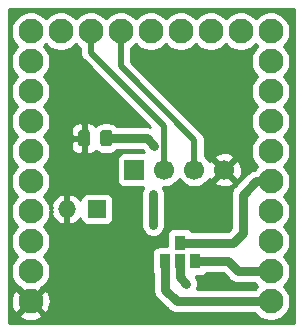
<source format=gbr>
G04 #@! TF.GenerationSoftware,KiCad,Pcbnew,(5.1.5)-3*
G04 #@! TF.CreationDate,2020-11-20T22:13:13+01:00*
G04 #@! TF.ProjectId,Microduino_Base_DE,4d696372-6f64-4756-996e-6f5f42617365,0.0*
G04 #@! TF.SameCoordinates,Original*
G04 #@! TF.FileFunction,Copper,L2,Bot*
G04 #@! TF.FilePolarity,Positive*
%FSLAX46Y46*%
G04 Gerber Fmt 4.6, Leading zero omitted, Abs format (unit mm)*
G04 Created by KiCad (PCBNEW (5.1.5)-3) date 2020-11-20 22:13:13*
%MOMM*%
%LPD*%
G04 APERTURE LIST*
%ADD10R,1.500000X1.500000*%
%ADD11O,1.500000X1.500000*%
%ADD12R,1.700000X1.700000*%
%ADD13C,1.700000*%
%ADD14R,0.970000X1.270000*%
%ADD15C,2.100000*%
%ADD16C,0.100000*%
%ADD17C,0.600000*%
%ADD18C,0.750000*%
%ADD19C,0.500000*%
%ADD20C,0.254000*%
G04 APERTURE END LIST*
D10*
X146861000Y-80355000D03*
D11*
X144321000Y-80355000D03*
D12*
X150037800Y-77038200D03*
D13*
X152577800Y-77038200D03*
X155117800Y-77038200D03*
X157657800Y-77038200D03*
D14*
X152654000Y-84772500D03*
X153924000Y-84772500D03*
X155194000Y-84772500D03*
X153924000Y-83222500D03*
D15*
X161581000Y-67845000D03*
X161581000Y-70385000D03*
X161581000Y-72925000D03*
X161581000Y-75465000D03*
X161581000Y-78005000D03*
X161581000Y-80545000D03*
X161581000Y-83085000D03*
X161581000Y-85625000D03*
X161581000Y-88165000D03*
X161581000Y-65305000D03*
X159041000Y-65305000D03*
X156501000Y-65305000D03*
X153961000Y-65305000D03*
X151421000Y-65305000D03*
X148881000Y-65305000D03*
X146341000Y-65305000D03*
X143801000Y-65305000D03*
X141261000Y-65305000D03*
X141261000Y-67845000D03*
X141261000Y-70385000D03*
X141261000Y-72925000D03*
X141261000Y-75465000D03*
X141261000Y-78005000D03*
X141261000Y-80545000D03*
X141261000Y-83085000D03*
X141261000Y-85625000D03*
X141261000Y-88165000D03*
G04 #@! TA.AperFunction,SMDPad,CuDef*
D16*
G36*
X146055542Y-73659674D02*
G01*
X146079203Y-73663184D01*
X146102407Y-73668996D01*
X146124929Y-73677054D01*
X146146553Y-73687282D01*
X146167070Y-73699579D01*
X146186283Y-73713829D01*
X146204007Y-73729893D01*
X146220071Y-73747617D01*
X146234321Y-73766830D01*
X146246618Y-73787347D01*
X146256846Y-73808971D01*
X146264904Y-73831493D01*
X146270716Y-73854697D01*
X146274226Y-73878358D01*
X146275400Y-73902250D01*
X146275400Y-74814750D01*
X146274226Y-74838642D01*
X146270716Y-74862303D01*
X146264904Y-74885507D01*
X146256846Y-74908029D01*
X146246618Y-74929653D01*
X146234321Y-74950170D01*
X146220071Y-74969383D01*
X146204007Y-74987107D01*
X146186283Y-75003171D01*
X146167070Y-75017421D01*
X146146553Y-75029718D01*
X146124929Y-75039946D01*
X146102407Y-75048004D01*
X146079203Y-75053816D01*
X146055542Y-75057326D01*
X146031650Y-75058500D01*
X145544150Y-75058500D01*
X145520258Y-75057326D01*
X145496597Y-75053816D01*
X145473393Y-75048004D01*
X145450871Y-75039946D01*
X145429247Y-75029718D01*
X145408730Y-75017421D01*
X145389517Y-75003171D01*
X145371793Y-74987107D01*
X145355729Y-74969383D01*
X145341479Y-74950170D01*
X145329182Y-74929653D01*
X145318954Y-74908029D01*
X145310896Y-74885507D01*
X145305084Y-74862303D01*
X145301574Y-74838642D01*
X145300400Y-74814750D01*
X145300400Y-73902250D01*
X145301574Y-73878358D01*
X145305084Y-73854697D01*
X145310896Y-73831493D01*
X145318954Y-73808971D01*
X145329182Y-73787347D01*
X145341479Y-73766830D01*
X145355729Y-73747617D01*
X145371793Y-73729893D01*
X145389517Y-73713829D01*
X145408730Y-73699579D01*
X145429247Y-73687282D01*
X145450871Y-73677054D01*
X145473393Y-73668996D01*
X145496597Y-73663184D01*
X145520258Y-73659674D01*
X145544150Y-73658500D01*
X146031650Y-73658500D01*
X146055542Y-73659674D01*
G37*
G04 #@! TD.AperFunction*
G04 #@! TA.AperFunction,SMDPad,CuDef*
G36*
X147930542Y-73659674D02*
G01*
X147954203Y-73663184D01*
X147977407Y-73668996D01*
X147999929Y-73677054D01*
X148021553Y-73687282D01*
X148042070Y-73699579D01*
X148061283Y-73713829D01*
X148079007Y-73729893D01*
X148095071Y-73747617D01*
X148109321Y-73766830D01*
X148121618Y-73787347D01*
X148131846Y-73808971D01*
X148139904Y-73831493D01*
X148145716Y-73854697D01*
X148149226Y-73878358D01*
X148150400Y-73902250D01*
X148150400Y-74814750D01*
X148149226Y-74838642D01*
X148145716Y-74862303D01*
X148139904Y-74885507D01*
X148131846Y-74908029D01*
X148121618Y-74929653D01*
X148109321Y-74950170D01*
X148095071Y-74969383D01*
X148079007Y-74987107D01*
X148061283Y-75003171D01*
X148042070Y-75017421D01*
X148021553Y-75029718D01*
X147999929Y-75039946D01*
X147977407Y-75048004D01*
X147954203Y-75053816D01*
X147930542Y-75057326D01*
X147906650Y-75058500D01*
X147419150Y-75058500D01*
X147395258Y-75057326D01*
X147371597Y-75053816D01*
X147348393Y-75048004D01*
X147325871Y-75039946D01*
X147304247Y-75029718D01*
X147283730Y-75017421D01*
X147264517Y-75003171D01*
X147246793Y-74987107D01*
X147230729Y-74969383D01*
X147216479Y-74950170D01*
X147204182Y-74929653D01*
X147193954Y-74908029D01*
X147185896Y-74885507D01*
X147180084Y-74862303D01*
X147176574Y-74838642D01*
X147175400Y-74814750D01*
X147175400Y-73902250D01*
X147176574Y-73878358D01*
X147180084Y-73854697D01*
X147185896Y-73831493D01*
X147193954Y-73808971D01*
X147204182Y-73787347D01*
X147216479Y-73766830D01*
X147230729Y-73747617D01*
X147246793Y-73729893D01*
X147264517Y-73713829D01*
X147283730Y-73699579D01*
X147304247Y-73687282D01*
X147325871Y-73677054D01*
X147348393Y-73668996D01*
X147371597Y-73663184D01*
X147395258Y-73659674D01*
X147419150Y-73658500D01*
X147906650Y-73658500D01*
X147930542Y-73659674D01*
G37*
G04 #@! TD.AperFunction*
D17*
X143967200Y-88760300D03*
X146646900Y-88760300D03*
X148894800Y-88760300D03*
X151091900Y-88785700D03*
X149745700Y-85775800D03*
X146710400Y-85763100D03*
X143865600Y-85839300D03*
X143827500Y-83146900D03*
X146685000Y-83096100D03*
X149771100Y-83159600D03*
X153835100Y-78638400D03*
X158889700Y-74980800D03*
X145567400Y-77736700D03*
X146215100Y-71361300D03*
X154012900Y-68757800D03*
X155981400Y-71412100D03*
X158432500Y-68795900D03*
X157861000Y-86995000D03*
X151714200Y-74980800D03*
X154444700Y-86664800D03*
X151638000Y-81686400D03*
X151638000Y-79095600D03*
D18*
X160096076Y-88165000D02*
X161581000Y-88165000D01*
X152654000Y-84772500D02*
X152654000Y-87198200D01*
X153620800Y-88165000D02*
X160096076Y-88165000D01*
X152654000Y-87198200D02*
X153620800Y-88165000D01*
X161581000Y-85625000D02*
X158802400Y-85625000D01*
X157949900Y-84772500D02*
X155194000Y-84772500D01*
X158802400Y-85625000D02*
X157949900Y-84772500D01*
X158382300Y-83222500D02*
X153924000Y-83222500D01*
X159245300Y-82359500D02*
X158382300Y-83222500D01*
X159245300Y-79133700D02*
X159245300Y-82359500D01*
X161581000Y-78005000D02*
X160374000Y-78005000D01*
X160374000Y-78005000D02*
X159245300Y-79133700D01*
D19*
X155117800Y-74510900D02*
X155117800Y-77038200D01*
X148881000Y-65305000D02*
X148881000Y-68274100D01*
X148881000Y-68274100D02*
X155117800Y-74510900D01*
X152577800Y-77038200D02*
X152577800Y-73342500D01*
X146341000Y-67105700D02*
X146341000Y-65305000D01*
X152577800Y-73342500D02*
X146341000Y-67105700D01*
D18*
X147662900Y-74358500D02*
X151091900Y-74358500D01*
X151091900Y-74358500D02*
X151714200Y-74980800D01*
X153924000Y-84772500D02*
X153924000Y-86144100D01*
X153924000Y-86144100D02*
X154444700Y-86664800D01*
X151638000Y-81686400D02*
X151638000Y-79095600D01*
D20*
G36*
X163530883Y-89967917D02*
G01*
X139411000Y-89965084D01*
X139411000Y-89336066D01*
X140269539Y-89336066D01*
X140371339Y-89605579D01*
X140669477Y-89751463D01*
X140990346Y-89836380D01*
X141321617Y-89857066D01*
X141650557Y-89812728D01*
X141964527Y-89705069D01*
X142150661Y-89605579D01*
X142252461Y-89336066D01*
X141261000Y-88344605D01*
X140269539Y-89336066D01*
X139411000Y-89336066D01*
X139411000Y-88225617D01*
X139568934Y-88225617D01*
X139613272Y-88554557D01*
X139720931Y-88868527D01*
X139820421Y-89054661D01*
X140089934Y-89156461D01*
X141081395Y-88165000D01*
X141440605Y-88165000D01*
X142432066Y-89156461D01*
X142701579Y-89054661D01*
X142847463Y-88756523D01*
X142932380Y-88435654D01*
X142953066Y-88104383D01*
X142908728Y-87775443D01*
X142801069Y-87461473D01*
X142701579Y-87275339D01*
X142432066Y-87173539D01*
X141440605Y-88165000D01*
X141081395Y-88165000D01*
X140089934Y-87173539D01*
X139820421Y-87275339D01*
X139674537Y-87573477D01*
X139589620Y-87894346D01*
X139568934Y-88225617D01*
X139411000Y-88225617D01*
X139411000Y-65139042D01*
X139576000Y-65139042D01*
X139576000Y-65470958D01*
X139640754Y-65796496D01*
X139767772Y-66103147D01*
X139952175Y-66379125D01*
X140148050Y-66575000D01*
X139952175Y-66770875D01*
X139767772Y-67046853D01*
X139640754Y-67353504D01*
X139576000Y-67679042D01*
X139576000Y-68010958D01*
X139640754Y-68336496D01*
X139767772Y-68643147D01*
X139952175Y-68919125D01*
X140148050Y-69115000D01*
X139952175Y-69310875D01*
X139767772Y-69586853D01*
X139640754Y-69893504D01*
X139576000Y-70219042D01*
X139576000Y-70550958D01*
X139640754Y-70876496D01*
X139767772Y-71183147D01*
X139952175Y-71459125D01*
X140148050Y-71655000D01*
X139952175Y-71850875D01*
X139767772Y-72126853D01*
X139640754Y-72433504D01*
X139576000Y-72759042D01*
X139576000Y-73090958D01*
X139640754Y-73416496D01*
X139767772Y-73723147D01*
X139952175Y-73999125D01*
X140148050Y-74195000D01*
X139952175Y-74390875D01*
X139767772Y-74666853D01*
X139640754Y-74973504D01*
X139576000Y-75299042D01*
X139576000Y-75630958D01*
X139640754Y-75956496D01*
X139767772Y-76263147D01*
X139952175Y-76539125D01*
X140148050Y-76735000D01*
X139952175Y-76930875D01*
X139767772Y-77206853D01*
X139640754Y-77513504D01*
X139576000Y-77839042D01*
X139576000Y-78170958D01*
X139640754Y-78496496D01*
X139767772Y-78803147D01*
X139952175Y-79079125D01*
X140148050Y-79275000D01*
X139952175Y-79470875D01*
X139767772Y-79746853D01*
X139640754Y-80053504D01*
X139576000Y-80379042D01*
X139576000Y-80710958D01*
X139640754Y-81036496D01*
X139767772Y-81343147D01*
X139952175Y-81619125D01*
X140148050Y-81815000D01*
X139952175Y-82010875D01*
X139767772Y-82286853D01*
X139640754Y-82593504D01*
X139576000Y-82919042D01*
X139576000Y-83250958D01*
X139640754Y-83576496D01*
X139767772Y-83883147D01*
X139952175Y-84159125D01*
X140148050Y-84355000D01*
X139952175Y-84550875D01*
X139767772Y-84826853D01*
X139640754Y-85133504D01*
X139576000Y-85459042D01*
X139576000Y-85790958D01*
X139640754Y-86116496D01*
X139767772Y-86423147D01*
X139952175Y-86699125D01*
X140186875Y-86933825D01*
X140271009Y-86990042D01*
X140269539Y-86993934D01*
X141261000Y-87985395D01*
X142252461Y-86993934D01*
X142250991Y-86990042D01*
X142335125Y-86933825D01*
X142569825Y-86699125D01*
X142754228Y-86423147D01*
X142881246Y-86116496D01*
X142946000Y-85790958D01*
X142946000Y-85459042D01*
X142881246Y-85133504D01*
X142754228Y-84826853D01*
X142569825Y-84550875D01*
X142373950Y-84355000D01*
X142569825Y-84159125D01*
X142754228Y-83883147D01*
X142881246Y-83576496D01*
X142946000Y-83250958D01*
X142946000Y-82919042D01*
X142881246Y-82593504D01*
X142754228Y-82286853D01*
X142569825Y-82010875D01*
X142373950Y-81815000D01*
X142569825Y-81619125D01*
X142754228Y-81343147D01*
X142881246Y-81036496D01*
X142946000Y-80710958D01*
X142946000Y-80482002D01*
X143100579Y-80482002D01*
X142978677Y-80696186D01*
X143071031Y-80951504D01*
X143211421Y-81183899D01*
X143394451Y-81384440D01*
X143613088Y-81545420D01*
X143858930Y-81660653D01*
X143979815Y-81697318D01*
X144194000Y-81574656D01*
X144194000Y-80482000D01*
X144174000Y-80482000D01*
X144174000Y-80228000D01*
X144194000Y-80228000D01*
X144194000Y-79135344D01*
X144448000Y-79135344D01*
X144448000Y-80228000D01*
X144468000Y-80228000D01*
X144468000Y-80482000D01*
X144448000Y-80482000D01*
X144448000Y-81574656D01*
X144662185Y-81697318D01*
X144783070Y-81660653D01*
X145028912Y-81545420D01*
X145247549Y-81384440D01*
X145430579Y-81183899D01*
X145473673Y-81112563D01*
X145485188Y-81229482D01*
X145521498Y-81349180D01*
X145580463Y-81459494D01*
X145659815Y-81556185D01*
X145756506Y-81635537D01*
X145866820Y-81694502D01*
X145986518Y-81730812D01*
X146111000Y-81743072D01*
X147611000Y-81743072D01*
X147735482Y-81730812D01*
X147855180Y-81694502D01*
X147965494Y-81635537D01*
X148062185Y-81556185D01*
X148141537Y-81459494D01*
X148200502Y-81349180D01*
X148236812Y-81229482D01*
X148249072Y-81105000D01*
X148249072Y-79605000D01*
X148236812Y-79480518D01*
X148200502Y-79360820D01*
X148141537Y-79250506D01*
X148062185Y-79153815D01*
X147965494Y-79074463D01*
X147855180Y-79015498D01*
X147735482Y-78979188D01*
X147611000Y-78966928D01*
X146111000Y-78966928D01*
X145986518Y-78979188D01*
X145866820Y-79015498D01*
X145756506Y-79074463D01*
X145659815Y-79153815D01*
X145580463Y-79250506D01*
X145521498Y-79360820D01*
X145485188Y-79480518D01*
X145473673Y-79597437D01*
X145430579Y-79526101D01*
X145247549Y-79325560D01*
X145028912Y-79164580D01*
X144783070Y-79049347D01*
X144662185Y-79012682D01*
X144448000Y-79135344D01*
X144194000Y-79135344D01*
X143979815Y-79012682D01*
X143858930Y-79049347D01*
X143613088Y-79164580D01*
X143394451Y-79325560D01*
X143211421Y-79526101D01*
X143071031Y-79758496D01*
X142978677Y-80013814D01*
X143100579Y-80227998D01*
X142936000Y-80227998D01*
X142936000Y-80328769D01*
X142881246Y-80053504D01*
X142754228Y-79746853D01*
X142569825Y-79470875D01*
X142373950Y-79275000D01*
X142569825Y-79079125D01*
X142754228Y-78803147D01*
X142881246Y-78496496D01*
X142946000Y-78170958D01*
X142946000Y-77839042D01*
X142881246Y-77513504D01*
X142754228Y-77206853D01*
X142569825Y-76930875D01*
X142373950Y-76735000D01*
X142569825Y-76539125D01*
X142754228Y-76263147D01*
X142881246Y-75956496D01*
X142946000Y-75630958D01*
X142946000Y-75299042D01*
X142898153Y-75058500D01*
X144662328Y-75058500D01*
X144674588Y-75182982D01*
X144710898Y-75302680D01*
X144769863Y-75412994D01*
X144849215Y-75509685D01*
X144945906Y-75589037D01*
X145056220Y-75648002D01*
X145175918Y-75684312D01*
X145300400Y-75696572D01*
X145502150Y-75693500D01*
X145660900Y-75534750D01*
X145660900Y-74485500D01*
X144824150Y-74485500D01*
X144665400Y-74644250D01*
X144662328Y-75058500D01*
X142898153Y-75058500D01*
X142881246Y-74973504D01*
X142754228Y-74666853D01*
X142569825Y-74390875D01*
X142373950Y-74195000D01*
X142569825Y-73999125D01*
X142754228Y-73723147D01*
X142781005Y-73658500D01*
X144662328Y-73658500D01*
X144665400Y-74072750D01*
X144824150Y-74231500D01*
X145660900Y-74231500D01*
X145660900Y-73182250D01*
X145502150Y-73023500D01*
X145300400Y-73020428D01*
X145175918Y-73032688D01*
X145056220Y-73068998D01*
X144945906Y-73127963D01*
X144849215Y-73207315D01*
X144769863Y-73304006D01*
X144710898Y-73414320D01*
X144674588Y-73534018D01*
X144662328Y-73658500D01*
X142781005Y-73658500D01*
X142881246Y-73416496D01*
X142946000Y-73090958D01*
X142946000Y-72759042D01*
X142881246Y-72433504D01*
X142754228Y-72126853D01*
X142569825Y-71850875D01*
X142373950Y-71655000D01*
X142569825Y-71459125D01*
X142754228Y-71183147D01*
X142881246Y-70876496D01*
X142946000Y-70550958D01*
X142946000Y-70219042D01*
X142881246Y-69893504D01*
X142754228Y-69586853D01*
X142569825Y-69310875D01*
X142373950Y-69115000D01*
X142569825Y-68919125D01*
X142754228Y-68643147D01*
X142881246Y-68336496D01*
X142946000Y-68010958D01*
X142946000Y-67679042D01*
X142881246Y-67353504D01*
X142754228Y-67046853D01*
X142569825Y-66770875D01*
X142373950Y-66575000D01*
X142531000Y-66417950D01*
X142726875Y-66613825D01*
X143002853Y-66798228D01*
X143309504Y-66925246D01*
X143635042Y-66990000D01*
X143966958Y-66990000D01*
X144292496Y-66925246D01*
X144599147Y-66798228D01*
X144875125Y-66613825D01*
X145071000Y-66417950D01*
X145266875Y-66613825D01*
X145456000Y-66740195D01*
X145456000Y-67062231D01*
X145451719Y-67105700D01*
X145456000Y-67149169D01*
X145456000Y-67149176D01*
X145468805Y-67279189D01*
X145519411Y-67446012D01*
X145601589Y-67599758D01*
X145712183Y-67734517D01*
X145745956Y-67762234D01*
X151371631Y-73387910D01*
X151289894Y-73363115D01*
X151141508Y-73348500D01*
X151091900Y-73343614D01*
X151042292Y-73348500D01*
X148587469Y-73348500D01*
X148530192Y-73278708D01*
X148396564Y-73169042D01*
X148244109Y-73087553D01*
X148078685Y-73037372D01*
X147906650Y-73020428D01*
X147419150Y-73020428D01*
X147247115Y-73037372D01*
X147081691Y-73087553D01*
X146929236Y-73169042D01*
X146795608Y-73278708D01*
X146790392Y-73285064D01*
X146726585Y-73207315D01*
X146629894Y-73127963D01*
X146519580Y-73068998D01*
X146399882Y-73032688D01*
X146275400Y-73020428D01*
X146073650Y-73023500D01*
X145914900Y-73182250D01*
X145914900Y-74231500D01*
X145934900Y-74231500D01*
X145934900Y-74485500D01*
X145914900Y-74485500D01*
X145914900Y-75534750D01*
X146073650Y-75693500D01*
X146275400Y-75696572D01*
X146399882Y-75684312D01*
X146519580Y-75648002D01*
X146629894Y-75589037D01*
X146726585Y-75509685D01*
X146790392Y-75431936D01*
X146795608Y-75438292D01*
X146929236Y-75547958D01*
X147081691Y-75629447D01*
X147247115Y-75679628D01*
X147419150Y-75696572D01*
X147906650Y-75696572D01*
X148078685Y-75679628D01*
X148244109Y-75629447D01*
X148396564Y-75547958D01*
X148530192Y-75438292D01*
X148587469Y-75368500D01*
X150673545Y-75368500D01*
X150855174Y-75550128D01*
X149187800Y-75550128D01*
X149063318Y-75562388D01*
X148943620Y-75598698D01*
X148833306Y-75657663D01*
X148736615Y-75737015D01*
X148657263Y-75833706D01*
X148598298Y-75944020D01*
X148561988Y-76063718D01*
X148549728Y-76188200D01*
X148549728Y-77888200D01*
X148561988Y-78012682D01*
X148598298Y-78132380D01*
X148657263Y-78242694D01*
X148736615Y-78339385D01*
X148833306Y-78418737D01*
X148943620Y-78477702D01*
X149063318Y-78514012D01*
X149187800Y-78526272D01*
X150798658Y-78526272D01*
X150794154Y-78531760D01*
X150700369Y-78707220D01*
X150642616Y-78897606D01*
X150628001Y-79045992D01*
X150628000Y-81736007D01*
X150642615Y-81884393D01*
X150700368Y-82074779D01*
X150794153Y-82250240D01*
X150920367Y-82404033D01*
X151074160Y-82530247D01*
X151249620Y-82624032D01*
X151440006Y-82681785D01*
X151638000Y-82701286D01*
X151835993Y-82681785D01*
X152026379Y-82624032D01*
X152201840Y-82530247D01*
X152355633Y-82404033D01*
X152481847Y-82250240D01*
X152575632Y-82074780D01*
X152633385Y-81884394D01*
X152648000Y-81736008D01*
X152648000Y-79045992D01*
X152633385Y-78897606D01*
X152575632Y-78707220D01*
X152481847Y-78531760D01*
X152474822Y-78523200D01*
X152724060Y-78523200D01*
X153010958Y-78466132D01*
X153281211Y-78354190D01*
X153524432Y-78191675D01*
X153731275Y-77984832D01*
X153847800Y-77810440D01*
X153964325Y-77984832D01*
X154171168Y-78191675D01*
X154414389Y-78354190D01*
X154684642Y-78466132D01*
X154971540Y-78523200D01*
X155264060Y-78523200D01*
X155550958Y-78466132D01*
X155821211Y-78354190D01*
X156064432Y-78191675D01*
X156189510Y-78066597D01*
X156809008Y-78066597D01*
X156886643Y-78315672D01*
X157150683Y-78441571D01*
X157434211Y-78513539D01*
X157726331Y-78528811D01*
X158015819Y-78486799D01*
X158291547Y-78389119D01*
X158428957Y-78315672D01*
X158506592Y-78066597D01*
X157657800Y-77217805D01*
X156809008Y-78066597D01*
X156189510Y-78066597D01*
X156271275Y-77984832D01*
X156387111Y-77811471D01*
X156629403Y-77886992D01*
X157478195Y-77038200D01*
X157837405Y-77038200D01*
X158686197Y-77886992D01*
X158935272Y-77809357D01*
X159061171Y-77545317D01*
X159133139Y-77261789D01*
X159148411Y-76969669D01*
X159106399Y-76680181D01*
X159008719Y-76404453D01*
X158935272Y-76267043D01*
X158686197Y-76189408D01*
X157837405Y-77038200D01*
X157478195Y-77038200D01*
X156629403Y-76189408D01*
X156387111Y-76264929D01*
X156271275Y-76091568D01*
X156189510Y-76009803D01*
X156809008Y-76009803D01*
X157657800Y-76858595D01*
X158506592Y-76009803D01*
X158428957Y-75760728D01*
X158164917Y-75634829D01*
X157881389Y-75562861D01*
X157589269Y-75547589D01*
X157299781Y-75589601D01*
X157024053Y-75687281D01*
X156886643Y-75760728D01*
X156809008Y-76009803D01*
X156189510Y-76009803D01*
X156064432Y-75884725D01*
X156002800Y-75843544D01*
X156002800Y-74554365D01*
X156007081Y-74510899D01*
X156002800Y-74467433D01*
X156002800Y-74467423D01*
X155989995Y-74337410D01*
X155939389Y-74170587D01*
X155857211Y-74016841D01*
X155746617Y-73882083D01*
X155712851Y-73854372D01*
X149766000Y-67907522D01*
X149766000Y-66740195D01*
X149955125Y-66613825D01*
X150151000Y-66417950D01*
X150346875Y-66613825D01*
X150622853Y-66798228D01*
X150929504Y-66925246D01*
X151255042Y-66990000D01*
X151586958Y-66990000D01*
X151912496Y-66925246D01*
X152219147Y-66798228D01*
X152495125Y-66613825D01*
X152691000Y-66417950D01*
X152886875Y-66613825D01*
X153162853Y-66798228D01*
X153469504Y-66925246D01*
X153795042Y-66990000D01*
X154126958Y-66990000D01*
X154452496Y-66925246D01*
X154759147Y-66798228D01*
X155035125Y-66613825D01*
X155231000Y-66417950D01*
X155426875Y-66613825D01*
X155702853Y-66798228D01*
X156009504Y-66925246D01*
X156335042Y-66990000D01*
X156666958Y-66990000D01*
X156992496Y-66925246D01*
X157299147Y-66798228D01*
X157575125Y-66613825D01*
X157771000Y-66417950D01*
X157966875Y-66613825D01*
X158242853Y-66798228D01*
X158549504Y-66925246D01*
X158875042Y-66990000D01*
X159206958Y-66990000D01*
X159532496Y-66925246D01*
X159839147Y-66798228D01*
X160115125Y-66613825D01*
X160311000Y-66417950D01*
X160468050Y-66575000D01*
X160272175Y-66770875D01*
X160087772Y-67046853D01*
X159960754Y-67353504D01*
X159896000Y-67679042D01*
X159896000Y-68010958D01*
X159960754Y-68336496D01*
X160087772Y-68643147D01*
X160272175Y-68919125D01*
X160468050Y-69115000D01*
X160272175Y-69310875D01*
X160087772Y-69586853D01*
X159960754Y-69893504D01*
X159896000Y-70219042D01*
X159896000Y-70550958D01*
X159960754Y-70876496D01*
X160087772Y-71183147D01*
X160272175Y-71459125D01*
X160468050Y-71655000D01*
X160272175Y-71850875D01*
X160087772Y-72126853D01*
X159960754Y-72433504D01*
X159896000Y-72759042D01*
X159896000Y-73090958D01*
X159960754Y-73416496D01*
X160087772Y-73723147D01*
X160272175Y-73999125D01*
X160468050Y-74195000D01*
X160272175Y-74390875D01*
X160087772Y-74666853D01*
X159960754Y-74973504D01*
X159896000Y-75299042D01*
X159896000Y-75630958D01*
X159960754Y-75956496D01*
X160087772Y-76263147D01*
X160272175Y-76539125D01*
X160468050Y-76735000D01*
X160272175Y-76930875D01*
X160222631Y-77005023D01*
X160176005Y-77009615D01*
X159985620Y-77067368D01*
X159810160Y-77161153D01*
X159656367Y-77287367D01*
X159624743Y-77325901D01*
X158566206Y-78384439D01*
X158527667Y-78416067D01*
X158401453Y-78569860D01*
X158357169Y-78652711D01*
X158307668Y-78745321D01*
X158249915Y-78935706D01*
X158230414Y-79133700D01*
X158235300Y-79183308D01*
X158235301Y-81941144D01*
X157963945Y-82212500D01*
X154922708Y-82212500D01*
X154860185Y-82136315D01*
X154763494Y-82056963D01*
X154653180Y-81997998D01*
X154533482Y-81961688D01*
X154409000Y-81949428D01*
X153439000Y-81949428D01*
X153314518Y-81961688D01*
X153194820Y-81997998D01*
X153084506Y-82056963D01*
X152987815Y-82136315D01*
X152908463Y-82233006D01*
X152849498Y-82343320D01*
X152813188Y-82463018D01*
X152800928Y-82587500D01*
X152800928Y-83499428D01*
X152169000Y-83499428D01*
X152044518Y-83511688D01*
X151924820Y-83547998D01*
X151814506Y-83606963D01*
X151717815Y-83686315D01*
X151638463Y-83783006D01*
X151579498Y-83893320D01*
X151543188Y-84013018D01*
X151530928Y-84137500D01*
X151530928Y-85407500D01*
X151543188Y-85531982D01*
X151579498Y-85651680D01*
X151638463Y-85761994D01*
X151644000Y-85768741D01*
X151644001Y-87148583D01*
X151639114Y-87198200D01*
X151658615Y-87396194D01*
X151716368Y-87586579D01*
X151810154Y-87762040D01*
X151821154Y-87775443D01*
X151936368Y-87915833D01*
X151974901Y-87947456D01*
X152871543Y-88844099D01*
X152903167Y-88882633D01*
X153056960Y-89008847D01*
X153232420Y-89102632D01*
X153422805Y-89160385D01*
X153620800Y-89179886D01*
X153670408Y-89175000D01*
X160229328Y-89175000D01*
X160272175Y-89239125D01*
X160506875Y-89473825D01*
X160782853Y-89658228D01*
X161089504Y-89785246D01*
X161415042Y-89850000D01*
X161746958Y-89850000D01*
X162072496Y-89785246D01*
X162379147Y-89658228D01*
X162655125Y-89473825D01*
X162889825Y-89239125D01*
X163074228Y-88963147D01*
X163201246Y-88656496D01*
X163266000Y-88330958D01*
X163266000Y-87999042D01*
X163201246Y-87673504D01*
X163074228Y-87366853D01*
X162889825Y-87090875D01*
X162693950Y-86895000D01*
X162889825Y-86699125D01*
X163074228Y-86423147D01*
X163201246Y-86116496D01*
X163266000Y-85790958D01*
X163266000Y-85459042D01*
X163201246Y-85133504D01*
X163074228Y-84826853D01*
X162889825Y-84550875D01*
X162693950Y-84355000D01*
X162889825Y-84159125D01*
X163074228Y-83883147D01*
X163201246Y-83576496D01*
X163266000Y-83250958D01*
X163266000Y-82919042D01*
X163201246Y-82593504D01*
X163074228Y-82286853D01*
X162889825Y-82010875D01*
X162693950Y-81815000D01*
X162889825Y-81619125D01*
X163074228Y-81343147D01*
X163201246Y-81036496D01*
X163266000Y-80710958D01*
X163266000Y-80379042D01*
X163201246Y-80053504D01*
X163074228Y-79746853D01*
X162889825Y-79470875D01*
X162693950Y-79275000D01*
X162889825Y-79079125D01*
X163074228Y-78803147D01*
X163201246Y-78496496D01*
X163266000Y-78170958D01*
X163266000Y-77839042D01*
X163201246Y-77513504D01*
X163074228Y-77206853D01*
X162889825Y-76930875D01*
X162693950Y-76735000D01*
X162889825Y-76539125D01*
X163074228Y-76263147D01*
X163201246Y-75956496D01*
X163266000Y-75630958D01*
X163266000Y-75299042D01*
X163201246Y-74973504D01*
X163074228Y-74666853D01*
X162889825Y-74390875D01*
X162693950Y-74195000D01*
X162889825Y-73999125D01*
X163074228Y-73723147D01*
X163201246Y-73416496D01*
X163266000Y-73090958D01*
X163266000Y-72759042D01*
X163201246Y-72433504D01*
X163074228Y-72126853D01*
X162889825Y-71850875D01*
X162693950Y-71655000D01*
X162889825Y-71459125D01*
X163074228Y-71183147D01*
X163201246Y-70876496D01*
X163266000Y-70550958D01*
X163266000Y-70219042D01*
X163201246Y-69893504D01*
X163074228Y-69586853D01*
X162889825Y-69310875D01*
X162693950Y-69115000D01*
X162889825Y-68919125D01*
X163074228Y-68643147D01*
X163201246Y-68336496D01*
X163266000Y-68010958D01*
X163266000Y-67679042D01*
X163201246Y-67353504D01*
X163074228Y-67046853D01*
X162889825Y-66770875D01*
X162693950Y-66575000D01*
X162889825Y-66379125D01*
X163074228Y-66103147D01*
X163201246Y-65796496D01*
X163266000Y-65470958D01*
X163266000Y-65139042D01*
X163201246Y-64813504D01*
X163074228Y-64506853D01*
X162889825Y-64230875D01*
X162655125Y-63996175D01*
X162379147Y-63811772D01*
X162072496Y-63684754D01*
X161746958Y-63620000D01*
X161415042Y-63620000D01*
X161089504Y-63684754D01*
X160782853Y-63811772D01*
X160506875Y-63996175D01*
X160311000Y-64192050D01*
X160115125Y-63996175D01*
X159839147Y-63811772D01*
X159532496Y-63684754D01*
X159206958Y-63620000D01*
X158875042Y-63620000D01*
X158549504Y-63684754D01*
X158242853Y-63811772D01*
X157966875Y-63996175D01*
X157771000Y-64192050D01*
X157575125Y-63996175D01*
X157299147Y-63811772D01*
X156992496Y-63684754D01*
X156666958Y-63620000D01*
X156335042Y-63620000D01*
X156009504Y-63684754D01*
X155702853Y-63811772D01*
X155426875Y-63996175D01*
X155231000Y-64192050D01*
X155035125Y-63996175D01*
X154759147Y-63811772D01*
X154452496Y-63684754D01*
X154126958Y-63620000D01*
X153795042Y-63620000D01*
X153469504Y-63684754D01*
X153162853Y-63811772D01*
X152886875Y-63996175D01*
X152691000Y-64192050D01*
X152495125Y-63996175D01*
X152219147Y-63811772D01*
X151912496Y-63684754D01*
X151586958Y-63620000D01*
X151255042Y-63620000D01*
X150929504Y-63684754D01*
X150622853Y-63811772D01*
X150346875Y-63996175D01*
X150151000Y-64192050D01*
X149955125Y-63996175D01*
X149679147Y-63811772D01*
X149372496Y-63684754D01*
X149046958Y-63620000D01*
X148715042Y-63620000D01*
X148389504Y-63684754D01*
X148082853Y-63811772D01*
X147806875Y-63996175D01*
X147611000Y-64192050D01*
X147415125Y-63996175D01*
X147139147Y-63811772D01*
X146832496Y-63684754D01*
X146506958Y-63620000D01*
X146175042Y-63620000D01*
X145849504Y-63684754D01*
X145542853Y-63811772D01*
X145266875Y-63996175D01*
X145071000Y-64192050D01*
X144875125Y-63996175D01*
X144599147Y-63811772D01*
X144292496Y-63684754D01*
X143966958Y-63620000D01*
X143635042Y-63620000D01*
X143309504Y-63684754D01*
X143002853Y-63811772D01*
X142726875Y-63996175D01*
X142531000Y-64192050D01*
X142335125Y-63996175D01*
X142059147Y-63811772D01*
X141752496Y-63684754D01*
X141426958Y-63620000D01*
X141095042Y-63620000D01*
X140769504Y-63684754D01*
X140462853Y-63811772D01*
X140186875Y-63996175D01*
X139952175Y-64230875D01*
X139767772Y-64506853D01*
X139640754Y-64813504D01*
X139576000Y-65139042D01*
X139411000Y-65139042D01*
X139411000Y-63448000D01*
X163526518Y-63448000D01*
X163530883Y-89967917D01*
G37*
X163530883Y-89967917D02*
X139411000Y-89965084D01*
X139411000Y-89336066D01*
X140269539Y-89336066D01*
X140371339Y-89605579D01*
X140669477Y-89751463D01*
X140990346Y-89836380D01*
X141321617Y-89857066D01*
X141650557Y-89812728D01*
X141964527Y-89705069D01*
X142150661Y-89605579D01*
X142252461Y-89336066D01*
X141261000Y-88344605D01*
X140269539Y-89336066D01*
X139411000Y-89336066D01*
X139411000Y-88225617D01*
X139568934Y-88225617D01*
X139613272Y-88554557D01*
X139720931Y-88868527D01*
X139820421Y-89054661D01*
X140089934Y-89156461D01*
X141081395Y-88165000D01*
X141440605Y-88165000D01*
X142432066Y-89156461D01*
X142701579Y-89054661D01*
X142847463Y-88756523D01*
X142932380Y-88435654D01*
X142953066Y-88104383D01*
X142908728Y-87775443D01*
X142801069Y-87461473D01*
X142701579Y-87275339D01*
X142432066Y-87173539D01*
X141440605Y-88165000D01*
X141081395Y-88165000D01*
X140089934Y-87173539D01*
X139820421Y-87275339D01*
X139674537Y-87573477D01*
X139589620Y-87894346D01*
X139568934Y-88225617D01*
X139411000Y-88225617D01*
X139411000Y-65139042D01*
X139576000Y-65139042D01*
X139576000Y-65470958D01*
X139640754Y-65796496D01*
X139767772Y-66103147D01*
X139952175Y-66379125D01*
X140148050Y-66575000D01*
X139952175Y-66770875D01*
X139767772Y-67046853D01*
X139640754Y-67353504D01*
X139576000Y-67679042D01*
X139576000Y-68010958D01*
X139640754Y-68336496D01*
X139767772Y-68643147D01*
X139952175Y-68919125D01*
X140148050Y-69115000D01*
X139952175Y-69310875D01*
X139767772Y-69586853D01*
X139640754Y-69893504D01*
X139576000Y-70219042D01*
X139576000Y-70550958D01*
X139640754Y-70876496D01*
X139767772Y-71183147D01*
X139952175Y-71459125D01*
X140148050Y-71655000D01*
X139952175Y-71850875D01*
X139767772Y-72126853D01*
X139640754Y-72433504D01*
X139576000Y-72759042D01*
X139576000Y-73090958D01*
X139640754Y-73416496D01*
X139767772Y-73723147D01*
X139952175Y-73999125D01*
X140148050Y-74195000D01*
X139952175Y-74390875D01*
X139767772Y-74666853D01*
X139640754Y-74973504D01*
X139576000Y-75299042D01*
X139576000Y-75630958D01*
X139640754Y-75956496D01*
X139767772Y-76263147D01*
X139952175Y-76539125D01*
X140148050Y-76735000D01*
X139952175Y-76930875D01*
X139767772Y-77206853D01*
X139640754Y-77513504D01*
X139576000Y-77839042D01*
X139576000Y-78170958D01*
X139640754Y-78496496D01*
X139767772Y-78803147D01*
X139952175Y-79079125D01*
X140148050Y-79275000D01*
X139952175Y-79470875D01*
X139767772Y-79746853D01*
X139640754Y-80053504D01*
X139576000Y-80379042D01*
X139576000Y-80710958D01*
X139640754Y-81036496D01*
X139767772Y-81343147D01*
X139952175Y-81619125D01*
X140148050Y-81815000D01*
X139952175Y-82010875D01*
X139767772Y-82286853D01*
X139640754Y-82593504D01*
X139576000Y-82919042D01*
X139576000Y-83250958D01*
X139640754Y-83576496D01*
X139767772Y-83883147D01*
X139952175Y-84159125D01*
X140148050Y-84355000D01*
X139952175Y-84550875D01*
X139767772Y-84826853D01*
X139640754Y-85133504D01*
X139576000Y-85459042D01*
X139576000Y-85790958D01*
X139640754Y-86116496D01*
X139767772Y-86423147D01*
X139952175Y-86699125D01*
X140186875Y-86933825D01*
X140271009Y-86990042D01*
X140269539Y-86993934D01*
X141261000Y-87985395D01*
X142252461Y-86993934D01*
X142250991Y-86990042D01*
X142335125Y-86933825D01*
X142569825Y-86699125D01*
X142754228Y-86423147D01*
X142881246Y-86116496D01*
X142946000Y-85790958D01*
X142946000Y-85459042D01*
X142881246Y-85133504D01*
X142754228Y-84826853D01*
X142569825Y-84550875D01*
X142373950Y-84355000D01*
X142569825Y-84159125D01*
X142754228Y-83883147D01*
X142881246Y-83576496D01*
X142946000Y-83250958D01*
X142946000Y-82919042D01*
X142881246Y-82593504D01*
X142754228Y-82286853D01*
X142569825Y-82010875D01*
X142373950Y-81815000D01*
X142569825Y-81619125D01*
X142754228Y-81343147D01*
X142881246Y-81036496D01*
X142946000Y-80710958D01*
X142946000Y-80482002D01*
X143100579Y-80482002D01*
X142978677Y-80696186D01*
X143071031Y-80951504D01*
X143211421Y-81183899D01*
X143394451Y-81384440D01*
X143613088Y-81545420D01*
X143858930Y-81660653D01*
X143979815Y-81697318D01*
X144194000Y-81574656D01*
X144194000Y-80482000D01*
X144174000Y-80482000D01*
X144174000Y-80228000D01*
X144194000Y-80228000D01*
X144194000Y-79135344D01*
X144448000Y-79135344D01*
X144448000Y-80228000D01*
X144468000Y-80228000D01*
X144468000Y-80482000D01*
X144448000Y-80482000D01*
X144448000Y-81574656D01*
X144662185Y-81697318D01*
X144783070Y-81660653D01*
X145028912Y-81545420D01*
X145247549Y-81384440D01*
X145430579Y-81183899D01*
X145473673Y-81112563D01*
X145485188Y-81229482D01*
X145521498Y-81349180D01*
X145580463Y-81459494D01*
X145659815Y-81556185D01*
X145756506Y-81635537D01*
X145866820Y-81694502D01*
X145986518Y-81730812D01*
X146111000Y-81743072D01*
X147611000Y-81743072D01*
X147735482Y-81730812D01*
X147855180Y-81694502D01*
X147965494Y-81635537D01*
X148062185Y-81556185D01*
X148141537Y-81459494D01*
X148200502Y-81349180D01*
X148236812Y-81229482D01*
X148249072Y-81105000D01*
X148249072Y-79605000D01*
X148236812Y-79480518D01*
X148200502Y-79360820D01*
X148141537Y-79250506D01*
X148062185Y-79153815D01*
X147965494Y-79074463D01*
X147855180Y-79015498D01*
X147735482Y-78979188D01*
X147611000Y-78966928D01*
X146111000Y-78966928D01*
X145986518Y-78979188D01*
X145866820Y-79015498D01*
X145756506Y-79074463D01*
X145659815Y-79153815D01*
X145580463Y-79250506D01*
X145521498Y-79360820D01*
X145485188Y-79480518D01*
X145473673Y-79597437D01*
X145430579Y-79526101D01*
X145247549Y-79325560D01*
X145028912Y-79164580D01*
X144783070Y-79049347D01*
X144662185Y-79012682D01*
X144448000Y-79135344D01*
X144194000Y-79135344D01*
X143979815Y-79012682D01*
X143858930Y-79049347D01*
X143613088Y-79164580D01*
X143394451Y-79325560D01*
X143211421Y-79526101D01*
X143071031Y-79758496D01*
X142978677Y-80013814D01*
X143100579Y-80227998D01*
X142936000Y-80227998D01*
X142936000Y-80328769D01*
X142881246Y-80053504D01*
X142754228Y-79746853D01*
X142569825Y-79470875D01*
X142373950Y-79275000D01*
X142569825Y-79079125D01*
X142754228Y-78803147D01*
X142881246Y-78496496D01*
X142946000Y-78170958D01*
X142946000Y-77839042D01*
X142881246Y-77513504D01*
X142754228Y-77206853D01*
X142569825Y-76930875D01*
X142373950Y-76735000D01*
X142569825Y-76539125D01*
X142754228Y-76263147D01*
X142881246Y-75956496D01*
X142946000Y-75630958D01*
X142946000Y-75299042D01*
X142898153Y-75058500D01*
X144662328Y-75058500D01*
X144674588Y-75182982D01*
X144710898Y-75302680D01*
X144769863Y-75412994D01*
X144849215Y-75509685D01*
X144945906Y-75589037D01*
X145056220Y-75648002D01*
X145175918Y-75684312D01*
X145300400Y-75696572D01*
X145502150Y-75693500D01*
X145660900Y-75534750D01*
X145660900Y-74485500D01*
X144824150Y-74485500D01*
X144665400Y-74644250D01*
X144662328Y-75058500D01*
X142898153Y-75058500D01*
X142881246Y-74973504D01*
X142754228Y-74666853D01*
X142569825Y-74390875D01*
X142373950Y-74195000D01*
X142569825Y-73999125D01*
X142754228Y-73723147D01*
X142781005Y-73658500D01*
X144662328Y-73658500D01*
X144665400Y-74072750D01*
X144824150Y-74231500D01*
X145660900Y-74231500D01*
X145660900Y-73182250D01*
X145502150Y-73023500D01*
X145300400Y-73020428D01*
X145175918Y-73032688D01*
X145056220Y-73068998D01*
X144945906Y-73127963D01*
X144849215Y-73207315D01*
X144769863Y-73304006D01*
X144710898Y-73414320D01*
X144674588Y-73534018D01*
X144662328Y-73658500D01*
X142781005Y-73658500D01*
X142881246Y-73416496D01*
X142946000Y-73090958D01*
X142946000Y-72759042D01*
X142881246Y-72433504D01*
X142754228Y-72126853D01*
X142569825Y-71850875D01*
X142373950Y-71655000D01*
X142569825Y-71459125D01*
X142754228Y-71183147D01*
X142881246Y-70876496D01*
X142946000Y-70550958D01*
X142946000Y-70219042D01*
X142881246Y-69893504D01*
X142754228Y-69586853D01*
X142569825Y-69310875D01*
X142373950Y-69115000D01*
X142569825Y-68919125D01*
X142754228Y-68643147D01*
X142881246Y-68336496D01*
X142946000Y-68010958D01*
X142946000Y-67679042D01*
X142881246Y-67353504D01*
X142754228Y-67046853D01*
X142569825Y-66770875D01*
X142373950Y-66575000D01*
X142531000Y-66417950D01*
X142726875Y-66613825D01*
X143002853Y-66798228D01*
X143309504Y-66925246D01*
X143635042Y-66990000D01*
X143966958Y-66990000D01*
X144292496Y-66925246D01*
X144599147Y-66798228D01*
X144875125Y-66613825D01*
X145071000Y-66417950D01*
X145266875Y-66613825D01*
X145456000Y-66740195D01*
X145456000Y-67062231D01*
X145451719Y-67105700D01*
X145456000Y-67149169D01*
X145456000Y-67149176D01*
X145468805Y-67279189D01*
X145519411Y-67446012D01*
X145601589Y-67599758D01*
X145712183Y-67734517D01*
X145745956Y-67762234D01*
X151371631Y-73387910D01*
X151289894Y-73363115D01*
X151141508Y-73348500D01*
X151091900Y-73343614D01*
X151042292Y-73348500D01*
X148587469Y-73348500D01*
X148530192Y-73278708D01*
X148396564Y-73169042D01*
X148244109Y-73087553D01*
X148078685Y-73037372D01*
X147906650Y-73020428D01*
X147419150Y-73020428D01*
X147247115Y-73037372D01*
X147081691Y-73087553D01*
X146929236Y-73169042D01*
X146795608Y-73278708D01*
X146790392Y-73285064D01*
X146726585Y-73207315D01*
X146629894Y-73127963D01*
X146519580Y-73068998D01*
X146399882Y-73032688D01*
X146275400Y-73020428D01*
X146073650Y-73023500D01*
X145914900Y-73182250D01*
X145914900Y-74231500D01*
X145934900Y-74231500D01*
X145934900Y-74485500D01*
X145914900Y-74485500D01*
X145914900Y-75534750D01*
X146073650Y-75693500D01*
X146275400Y-75696572D01*
X146399882Y-75684312D01*
X146519580Y-75648002D01*
X146629894Y-75589037D01*
X146726585Y-75509685D01*
X146790392Y-75431936D01*
X146795608Y-75438292D01*
X146929236Y-75547958D01*
X147081691Y-75629447D01*
X147247115Y-75679628D01*
X147419150Y-75696572D01*
X147906650Y-75696572D01*
X148078685Y-75679628D01*
X148244109Y-75629447D01*
X148396564Y-75547958D01*
X148530192Y-75438292D01*
X148587469Y-75368500D01*
X150673545Y-75368500D01*
X150855174Y-75550128D01*
X149187800Y-75550128D01*
X149063318Y-75562388D01*
X148943620Y-75598698D01*
X148833306Y-75657663D01*
X148736615Y-75737015D01*
X148657263Y-75833706D01*
X148598298Y-75944020D01*
X148561988Y-76063718D01*
X148549728Y-76188200D01*
X148549728Y-77888200D01*
X148561988Y-78012682D01*
X148598298Y-78132380D01*
X148657263Y-78242694D01*
X148736615Y-78339385D01*
X148833306Y-78418737D01*
X148943620Y-78477702D01*
X149063318Y-78514012D01*
X149187800Y-78526272D01*
X150798658Y-78526272D01*
X150794154Y-78531760D01*
X150700369Y-78707220D01*
X150642616Y-78897606D01*
X150628001Y-79045992D01*
X150628000Y-81736007D01*
X150642615Y-81884393D01*
X150700368Y-82074779D01*
X150794153Y-82250240D01*
X150920367Y-82404033D01*
X151074160Y-82530247D01*
X151249620Y-82624032D01*
X151440006Y-82681785D01*
X151638000Y-82701286D01*
X151835993Y-82681785D01*
X152026379Y-82624032D01*
X152201840Y-82530247D01*
X152355633Y-82404033D01*
X152481847Y-82250240D01*
X152575632Y-82074780D01*
X152633385Y-81884394D01*
X152648000Y-81736008D01*
X152648000Y-79045992D01*
X152633385Y-78897606D01*
X152575632Y-78707220D01*
X152481847Y-78531760D01*
X152474822Y-78523200D01*
X152724060Y-78523200D01*
X153010958Y-78466132D01*
X153281211Y-78354190D01*
X153524432Y-78191675D01*
X153731275Y-77984832D01*
X153847800Y-77810440D01*
X153964325Y-77984832D01*
X154171168Y-78191675D01*
X154414389Y-78354190D01*
X154684642Y-78466132D01*
X154971540Y-78523200D01*
X155264060Y-78523200D01*
X155550958Y-78466132D01*
X155821211Y-78354190D01*
X156064432Y-78191675D01*
X156189510Y-78066597D01*
X156809008Y-78066597D01*
X156886643Y-78315672D01*
X157150683Y-78441571D01*
X157434211Y-78513539D01*
X157726331Y-78528811D01*
X158015819Y-78486799D01*
X158291547Y-78389119D01*
X158428957Y-78315672D01*
X158506592Y-78066597D01*
X157657800Y-77217805D01*
X156809008Y-78066597D01*
X156189510Y-78066597D01*
X156271275Y-77984832D01*
X156387111Y-77811471D01*
X156629403Y-77886992D01*
X157478195Y-77038200D01*
X157837405Y-77038200D01*
X158686197Y-77886992D01*
X158935272Y-77809357D01*
X159061171Y-77545317D01*
X159133139Y-77261789D01*
X159148411Y-76969669D01*
X159106399Y-76680181D01*
X159008719Y-76404453D01*
X158935272Y-76267043D01*
X158686197Y-76189408D01*
X157837405Y-77038200D01*
X157478195Y-77038200D01*
X156629403Y-76189408D01*
X156387111Y-76264929D01*
X156271275Y-76091568D01*
X156189510Y-76009803D01*
X156809008Y-76009803D01*
X157657800Y-76858595D01*
X158506592Y-76009803D01*
X158428957Y-75760728D01*
X158164917Y-75634829D01*
X157881389Y-75562861D01*
X157589269Y-75547589D01*
X157299781Y-75589601D01*
X157024053Y-75687281D01*
X156886643Y-75760728D01*
X156809008Y-76009803D01*
X156189510Y-76009803D01*
X156064432Y-75884725D01*
X156002800Y-75843544D01*
X156002800Y-74554365D01*
X156007081Y-74510899D01*
X156002800Y-74467433D01*
X156002800Y-74467423D01*
X155989995Y-74337410D01*
X155939389Y-74170587D01*
X155857211Y-74016841D01*
X155746617Y-73882083D01*
X155712851Y-73854372D01*
X149766000Y-67907522D01*
X149766000Y-66740195D01*
X149955125Y-66613825D01*
X150151000Y-66417950D01*
X150346875Y-66613825D01*
X150622853Y-66798228D01*
X150929504Y-66925246D01*
X151255042Y-66990000D01*
X151586958Y-66990000D01*
X151912496Y-66925246D01*
X152219147Y-66798228D01*
X152495125Y-66613825D01*
X152691000Y-66417950D01*
X152886875Y-66613825D01*
X153162853Y-66798228D01*
X153469504Y-66925246D01*
X153795042Y-66990000D01*
X154126958Y-66990000D01*
X154452496Y-66925246D01*
X154759147Y-66798228D01*
X155035125Y-66613825D01*
X155231000Y-66417950D01*
X155426875Y-66613825D01*
X155702853Y-66798228D01*
X156009504Y-66925246D01*
X156335042Y-66990000D01*
X156666958Y-66990000D01*
X156992496Y-66925246D01*
X157299147Y-66798228D01*
X157575125Y-66613825D01*
X157771000Y-66417950D01*
X157966875Y-66613825D01*
X158242853Y-66798228D01*
X158549504Y-66925246D01*
X158875042Y-66990000D01*
X159206958Y-66990000D01*
X159532496Y-66925246D01*
X159839147Y-66798228D01*
X160115125Y-66613825D01*
X160311000Y-66417950D01*
X160468050Y-66575000D01*
X160272175Y-66770875D01*
X160087772Y-67046853D01*
X159960754Y-67353504D01*
X159896000Y-67679042D01*
X159896000Y-68010958D01*
X159960754Y-68336496D01*
X160087772Y-68643147D01*
X160272175Y-68919125D01*
X160468050Y-69115000D01*
X160272175Y-69310875D01*
X160087772Y-69586853D01*
X159960754Y-69893504D01*
X159896000Y-70219042D01*
X159896000Y-70550958D01*
X159960754Y-70876496D01*
X160087772Y-71183147D01*
X160272175Y-71459125D01*
X160468050Y-71655000D01*
X160272175Y-71850875D01*
X160087772Y-72126853D01*
X159960754Y-72433504D01*
X159896000Y-72759042D01*
X159896000Y-73090958D01*
X159960754Y-73416496D01*
X160087772Y-73723147D01*
X160272175Y-73999125D01*
X160468050Y-74195000D01*
X160272175Y-74390875D01*
X160087772Y-74666853D01*
X159960754Y-74973504D01*
X159896000Y-75299042D01*
X159896000Y-75630958D01*
X159960754Y-75956496D01*
X160087772Y-76263147D01*
X160272175Y-76539125D01*
X160468050Y-76735000D01*
X160272175Y-76930875D01*
X160222631Y-77005023D01*
X160176005Y-77009615D01*
X159985620Y-77067368D01*
X159810160Y-77161153D01*
X159656367Y-77287367D01*
X159624743Y-77325901D01*
X158566206Y-78384439D01*
X158527667Y-78416067D01*
X158401453Y-78569860D01*
X158357169Y-78652711D01*
X158307668Y-78745321D01*
X158249915Y-78935706D01*
X158230414Y-79133700D01*
X158235300Y-79183308D01*
X158235301Y-81941144D01*
X157963945Y-82212500D01*
X154922708Y-82212500D01*
X154860185Y-82136315D01*
X154763494Y-82056963D01*
X154653180Y-81997998D01*
X154533482Y-81961688D01*
X154409000Y-81949428D01*
X153439000Y-81949428D01*
X153314518Y-81961688D01*
X153194820Y-81997998D01*
X153084506Y-82056963D01*
X152987815Y-82136315D01*
X152908463Y-82233006D01*
X152849498Y-82343320D01*
X152813188Y-82463018D01*
X152800928Y-82587500D01*
X152800928Y-83499428D01*
X152169000Y-83499428D01*
X152044518Y-83511688D01*
X151924820Y-83547998D01*
X151814506Y-83606963D01*
X151717815Y-83686315D01*
X151638463Y-83783006D01*
X151579498Y-83893320D01*
X151543188Y-84013018D01*
X151530928Y-84137500D01*
X151530928Y-85407500D01*
X151543188Y-85531982D01*
X151579498Y-85651680D01*
X151638463Y-85761994D01*
X151644000Y-85768741D01*
X151644001Y-87148583D01*
X151639114Y-87198200D01*
X151658615Y-87396194D01*
X151716368Y-87586579D01*
X151810154Y-87762040D01*
X151821154Y-87775443D01*
X151936368Y-87915833D01*
X151974901Y-87947456D01*
X152871543Y-88844099D01*
X152903167Y-88882633D01*
X153056960Y-89008847D01*
X153232420Y-89102632D01*
X153422805Y-89160385D01*
X153620800Y-89179886D01*
X153670408Y-89175000D01*
X160229328Y-89175000D01*
X160272175Y-89239125D01*
X160506875Y-89473825D01*
X160782853Y-89658228D01*
X161089504Y-89785246D01*
X161415042Y-89850000D01*
X161746958Y-89850000D01*
X162072496Y-89785246D01*
X162379147Y-89658228D01*
X162655125Y-89473825D01*
X162889825Y-89239125D01*
X163074228Y-88963147D01*
X163201246Y-88656496D01*
X163266000Y-88330958D01*
X163266000Y-87999042D01*
X163201246Y-87673504D01*
X163074228Y-87366853D01*
X162889825Y-87090875D01*
X162693950Y-86895000D01*
X162889825Y-86699125D01*
X163074228Y-86423147D01*
X163201246Y-86116496D01*
X163266000Y-85790958D01*
X163266000Y-85459042D01*
X163201246Y-85133504D01*
X163074228Y-84826853D01*
X162889825Y-84550875D01*
X162693950Y-84355000D01*
X162889825Y-84159125D01*
X163074228Y-83883147D01*
X163201246Y-83576496D01*
X163266000Y-83250958D01*
X163266000Y-82919042D01*
X163201246Y-82593504D01*
X163074228Y-82286853D01*
X162889825Y-82010875D01*
X162693950Y-81815000D01*
X162889825Y-81619125D01*
X163074228Y-81343147D01*
X163201246Y-81036496D01*
X163266000Y-80710958D01*
X163266000Y-80379042D01*
X163201246Y-80053504D01*
X163074228Y-79746853D01*
X162889825Y-79470875D01*
X162693950Y-79275000D01*
X162889825Y-79079125D01*
X163074228Y-78803147D01*
X163201246Y-78496496D01*
X163266000Y-78170958D01*
X163266000Y-77839042D01*
X163201246Y-77513504D01*
X163074228Y-77206853D01*
X162889825Y-76930875D01*
X162693950Y-76735000D01*
X162889825Y-76539125D01*
X163074228Y-76263147D01*
X163201246Y-75956496D01*
X163266000Y-75630958D01*
X163266000Y-75299042D01*
X163201246Y-74973504D01*
X163074228Y-74666853D01*
X162889825Y-74390875D01*
X162693950Y-74195000D01*
X162889825Y-73999125D01*
X163074228Y-73723147D01*
X163201246Y-73416496D01*
X163266000Y-73090958D01*
X163266000Y-72759042D01*
X163201246Y-72433504D01*
X163074228Y-72126853D01*
X162889825Y-71850875D01*
X162693950Y-71655000D01*
X162889825Y-71459125D01*
X163074228Y-71183147D01*
X163201246Y-70876496D01*
X163266000Y-70550958D01*
X163266000Y-70219042D01*
X163201246Y-69893504D01*
X163074228Y-69586853D01*
X162889825Y-69310875D01*
X162693950Y-69115000D01*
X162889825Y-68919125D01*
X163074228Y-68643147D01*
X163201246Y-68336496D01*
X163266000Y-68010958D01*
X163266000Y-67679042D01*
X163201246Y-67353504D01*
X163074228Y-67046853D01*
X162889825Y-66770875D01*
X162693950Y-66575000D01*
X162889825Y-66379125D01*
X163074228Y-66103147D01*
X163201246Y-65796496D01*
X163266000Y-65470958D01*
X163266000Y-65139042D01*
X163201246Y-64813504D01*
X163074228Y-64506853D01*
X162889825Y-64230875D01*
X162655125Y-63996175D01*
X162379147Y-63811772D01*
X162072496Y-63684754D01*
X161746958Y-63620000D01*
X161415042Y-63620000D01*
X161089504Y-63684754D01*
X160782853Y-63811772D01*
X160506875Y-63996175D01*
X160311000Y-64192050D01*
X160115125Y-63996175D01*
X159839147Y-63811772D01*
X159532496Y-63684754D01*
X159206958Y-63620000D01*
X158875042Y-63620000D01*
X158549504Y-63684754D01*
X158242853Y-63811772D01*
X157966875Y-63996175D01*
X157771000Y-64192050D01*
X157575125Y-63996175D01*
X157299147Y-63811772D01*
X156992496Y-63684754D01*
X156666958Y-63620000D01*
X156335042Y-63620000D01*
X156009504Y-63684754D01*
X155702853Y-63811772D01*
X155426875Y-63996175D01*
X155231000Y-64192050D01*
X155035125Y-63996175D01*
X154759147Y-63811772D01*
X154452496Y-63684754D01*
X154126958Y-63620000D01*
X153795042Y-63620000D01*
X153469504Y-63684754D01*
X153162853Y-63811772D01*
X152886875Y-63996175D01*
X152691000Y-64192050D01*
X152495125Y-63996175D01*
X152219147Y-63811772D01*
X151912496Y-63684754D01*
X151586958Y-63620000D01*
X151255042Y-63620000D01*
X150929504Y-63684754D01*
X150622853Y-63811772D01*
X150346875Y-63996175D01*
X150151000Y-64192050D01*
X149955125Y-63996175D01*
X149679147Y-63811772D01*
X149372496Y-63684754D01*
X149046958Y-63620000D01*
X148715042Y-63620000D01*
X148389504Y-63684754D01*
X148082853Y-63811772D01*
X147806875Y-63996175D01*
X147611000Y-64192050D01*
X147415125Y-63996175D01*
X147139147Y-63811772D01*
X146832496Y-63684754D01*
X146506958Y-63620000D01*
X146175042Y-63620000D01*
X145849504Y-63684754D01*
X145542853Y-63811772D01*
X145266875Y-63996175D01*
X145071000Y-64192050D01*
X144875125Y-63996175D01*
X144599147Y-63811772D01*
X144292496Y-63684754D01*
X143966958Y-63620000D01*
X143635042Y-63620000D01*
X143309504Y-63684754D01*
X143002853Y-63811772D01*
X142726875Y-63996175D01*
X142531000Y-64192050D01*
X142335125Y-63996175D01*
X142059147Y-63811772D01*
X141752496Y-63684754D01*
X141426958Y-63620000D01*
X141095042Y-63620000D01*
X140769504Y-63684754D01*
X140462853Y-63811772D01*
X140186875Y-63996175D01*
X139952175Y-64230875D01*
X139767772Y-64506853D01*
X139640754Y-64813504D01*
X139576000Y-65139042D01*
X139411000Y-65139042D01*
X139411000Y-63448000D01*
X163526518Y-63448000D01*
X163530883Y-89967917D01*
G36*
X158053139Y-86304094D02*
G01*
X158084767Y-86342633D01*
X158238560Y-86468847D01*
X158414020Y-86562632D01*
X158604406Y-86620385D01*
X158752792Y-86635000D01*
X158752794Y-86635000D01*
X158802399Y-86639886D01*
X158852004Y-86635000D01*
X160229328Y-86635000D01*
X160272175Y-86699125D01*
X160468050Y-86895000D01*
X160272175Y-87090875D01*
X160229328Y-87155000D01*
X155327907Y-87155000D01*
X155382332Y-87053179D01*
X155440085Y-86862794D01*
X155459586Y-86664799D01*
X155440085Y-86466805D01*
X155382332Y-86276420D01*
X155288546Y-86100960D01*
X155243091Y-86045572D01*
X155679000Y-86045572D01*
X155803482Y-86033312D01*
X155923180Y-85997002D01*
X156033494Y-85938037D01*
X156130185Y-85858685D01*
X156192708Y-85782500D01*
X157531545Y-85782500D01*
X158053139Y-86304094D01*
G37*
X158053139Y-86304094D02*
X158084767Y-86342633D01*
X158238560Y-86468847D01*
X158414020Y-86562632D01*
X158604406Y-86620385D01*
X158752792Y-86635000D01*
X158752794Y-86635000D01*
X158802399Y-86639886D01*
X158852004Y-86635000D01*
X160229328Y-86635000D01*
X160272175Y-86699125D01*
X160468050Y-86895000D01*
X160272175Y-87090875D01*
X160229328Y-87155000D01*
X155327907Y-87155000D01*
X155382332Y-87053179D01*
X155440085Y-86862794D01*
X155459586Y-86664799D01*
X155440085Y-86466805D01*
X155382332Y-86276420D01*
X155288546Y-86100960D01*
X155243091Y-86045572D01*
X155679000Y-86045572D01*
X155803482Y-86033312D01*
X155923180Y-85997002D01*
X156033494Y-85938037D01*
X156130185Y-85858685D01*
X156192708Y-85782500D01*
X157531545Y-85782500D01*
X158053139Y-86304094D01*
M02*

</source>
